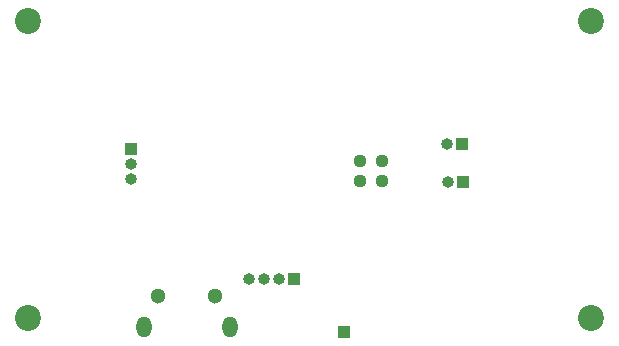
<source format=gbs>
%TF.GenerationSoftware,KiCad,Pcbnew,(7.0.0)*%
%TF.CreationDate,2024-02-23T23:29:38+02:00*%
%TF.ProjectId,mains-detector,6d61696e-732d-4646-9574-6563746f722e,rev?*%
%TF.SameCoordinates,Original*%
%TF.FileFunction,Soldermask,Bot*%
%TF.FilePolarity,Negative*%
%FSLAX46Y46*%
G04 Gerber Fmt 4.6, Leading zero omitted, Abs format (unit mm)*
G04 Created by KiCad (PCBNEW (7.0.0)) date 2024-02-23 23:29:38*
%MOMM*%
%LPD*%
G01*
G04 APERTURE LIST*
G04 Aperture macros list*
%AMRoundRect*
0 Rectangle with rounded corners*
0 $1 Rounding radius*
0 $2 $3 $4 $5 $6 $7 $8 $9 X,Y pos of 4 corners*
0 Add a 4 corners polygon primitive as box body*
4,1,4,$2,$3,$4,$5,$6,$7,$8,$9,$2,$3,0*
0 Add four circle primitives for the rounded corners*
1,1,$1+$1,$2,$3*
1,1,$1+$1,$4,$5*
1,1,$1+$1,$6,$7*
1,1,$1+$1,$8,$9*
0 Add four rect primitives between the rounded corners*
20,1,$1+$1,$2,$3,$4,$5,0*
20,1,$1+$1,$4,$5,$6,$7,0*
20,1,$1+$1,$6,$7,$8,$9,0*
20,1,$1+$1,$8,$9,$2,$3,0*%
G04 Aperture macros list end*
%ADD10C,2.200000*%
%ADD11R,1.000000X1.000000*%
%ADD12O,1.000000X1.000000*%
%ADD13C,1.300000*%
%ADD14O,1.300000X1.800000*%
%ADD15RoundRect,0.237500X-0.250000X-0.237500X0.250000X-0.237500X0.250000X0.237500X-0.250000X0.237500X0*%
G04 APERTURE END LIST*
D10*
%TO.C,H3*%
X49900000Y-28100000D03*
%TD*%
D11*
%TO.C,J3*%
X24759999Y-24799999D03*
D12*
X23489999Y-24799999D03*
X22219999Y-24799999D03*
X20949999Y-24799999D03*
%TD*%
D11*
%TO.C,J4*%
X28969999Y-29299999D03*
%TD*%
%TO.C,J2*%
X10969999Y-13799999D03*
D12*
X10969999Y-15069999D03*
X10969999Y-16339999D03*
%TD*%
D11*
%TO.C,SW2*%
X39049999Y-16599999D03*
D12*
X37779999Y-16599999D03*
%TD*%
D10*
%TO.C,H4*%
X2200000Y-28100000D03*
%TD*%
D11*
%TO.C,BT1*%
X38989999Y-13399999D03*
D12*
X37719999Y-13399999D03*
%TD*%
D10*
%TO.C,H2*%
X49900000Y-3000000D03*
%TD*%
D13*
%TO.C,USB1*%
X18095000Y-26230000D03*
D14*
X19294999Y-28899999D03*
X12044999Y-28899999D03*
D13*
X13245000Y-26230000D03*
%TD*%
D10*
%TO.C,H1*%
X2200000Y-3000000D03*
%TD*%
D15*
%TO.C,R14*%
X30357500Y-14800000D03*
X32182500Y-14800000D03*
%TD*%
%TO.C,R15*%
X30357500Y-16500000D03*
X32182500Y-16500000D03*
%TD*%
M02*

</source>
